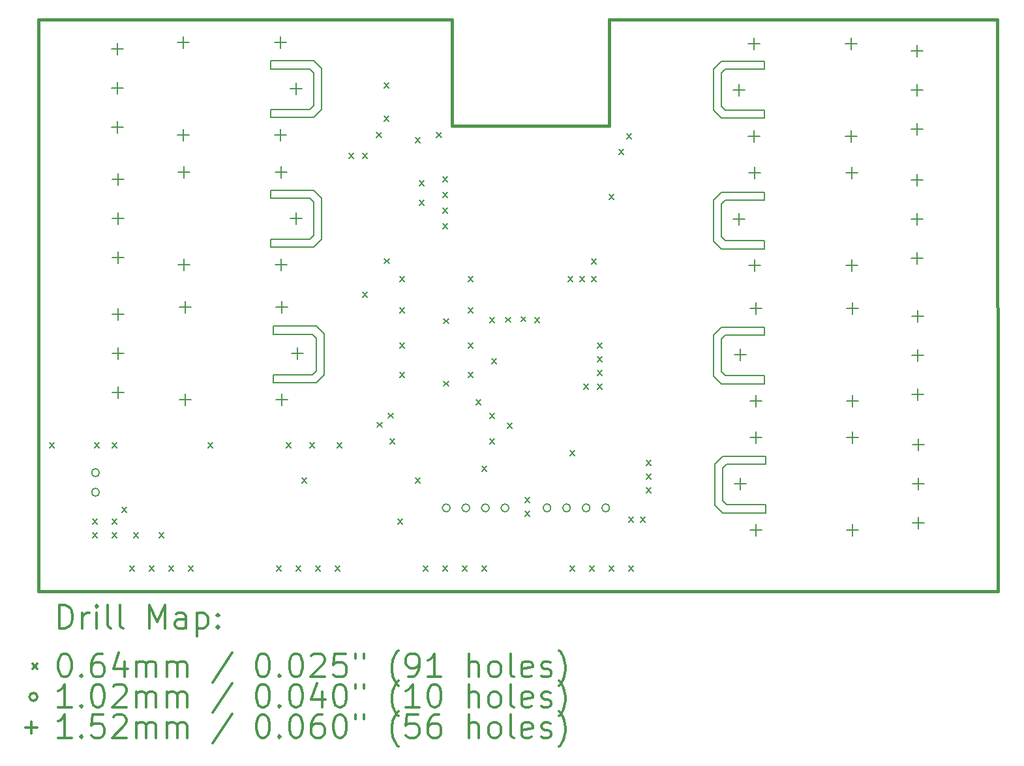
<source format=gbr>
%FSLAX45Y45*%
G04 Gerber Fmt 4.5, Leading zero omitted, Abs format (unit mm)*
G04 Created by KiCad (PCBNEW (5.1.6)-1) date 2020-06-22 15:28:16*
%MOMM*%
%LPD*%
G01*
G04 APERTURE LIST*
%TA.AperFunction,Profile*%
%ADD10C,0.203200*%
%TD*%
%TA.AperFunction,Profile*%
%ADD11C,0.381000*%
%TD*%
%ADD12C,0.200000*%
%ADD13C,0.300000*%
G04 APERTURE END LIST*
D10*
X16046450Y-8826500D02*
X15944850Y-8928100D01*
X16605250Y-8826500D02*
X16046450Y-8826500D01*
X15944850Y-9461500D02*
X16046450Y-9563100D01*
X15944850Y-8928100D02*
X15944850Y-9461500D01*
X16046450Y-9563100D02*
X16605250Y-9563100D01*
X16605250Y-9563100D02*
X16605250Y-9455150D01*
X16046450Y-8978900D02*
X16097250Y-8928100D01*
X16605250Y-9455150D02*
X16097250Y-9455150D01*
X16046450Y-9404350D02*
X16046450Y-8978900D01*
X16097250Y-8928100D02*
X16605250Y-8928100D01*
X16605250Y-8928100D02*
X16605250Y-8826500D01*
X16097250Y-9455150D02*
X16046450Y-9404350D01*
X16033750Y-7150100D02*
X15932150Y-7251700D01*
X16592550Y-7150100D02*
X16033750Y-7150100D01*
X15932150Y-7785100D02*
X16033750Y-7886700D01*
X15932150Y-7251700D02*
X15932150Y-7785100D01*
X16033750Y-7886700D02*
X16592550Y-7886700D01*
X16592550Y-7886700D02*
X16592550Y-7778750D01*
X16033750Y-7302500D02*
X16084550Y-7251700D01*
X16592550Y-7778750D02*
X16084550Y-7778750D01*
X16033750Y-7727950D02*
X16033750Y-7302500D01*
X16084550Y-7251700D02*
X16592550Y-7251700D01*
X16592550Y-7251700D02*
X16592550Y-7150100D01*
X16084550Y-7778750D02*
X16033750Y-7727950D01*
X16027400Y-5397500D02*
X15925800Y-5499100D01*
X16586200Y-5397500D02*
X16027400Y-5397500D01*
X15925800Y-6032500D02*
X16027400Y-6134100D01*
X15925800Y-5499100D02*
X15925800Y-6032500D01*
X16027400Y-6134100D02*
X16586200Y-6134100D01*
X16586200Y-6134100D02*
X16586200Y-6026150D01*
X16027400Y-5549900D02*
X16078200Y-5499100D01*
X16586200Y-6026150D02*
X16078200Y-6026150D01*
X16027400Y-5975350D02*
X16027400Y-5549900D01*
X16078200Y-5499100D02*
X16586200Y-5499100D01*
X16586200Y-5499100D02*
X16586200Y-5397500D01*
X16078200Y-6026150D02*
X16027400Y-5975350D01*
X16027400Y-3702050D02*
X15925800Y-3803650D01*
X16586200Y-3702050D02*
X16027400Y-3702050D01*
X15925800Y-4337050D02*
X16027400Y-4438650D01*
X15925800Y-3803650D02*
X15925800Y-4337050D01*
X16027400Y-4438650D02*
X16586200Y-4438650D01*
X16586200Y-4438650D02*
X16586200Y-4330700D01*
X16027400Y-3854450D02*
X16078200Y-3803650D01*
X16586200Y-4330700D02*
X16078200Y-4330700D01*
X16027400Y-4279900D02*
X16027400Y-3854450D01*
X16078200Y-3803650D02*
X16586200Y-3803650D01*
X16586200Y-3803650D02*
X16586200Y-3702050D01*
X16078200Y-4330700D02*
X16027400Y-4279900D01*
X10737850Y-6108700D02*
X10839450Y-6007100D01*
X10179050Y-6108700D02*
X10737850Y-6108700D01*
X10839450Y-5473700D02*
X10737850Y-5372100D01*
X10839450Y-6007100D02*
X10839450Y-5473700D01*
X10737850Y-5372100D02*
X10179050Y-5372100D01*
X10179050Y-5372100D02*
X10179050Y-5480050D01*
X10737850Y-5956300D02*
X10687050Y-6007100D01*
X10179050Y-5480050D02*
X10687050Y-5480050D01*
X10737850Y-5530850D02*
X10737850Y-5956300D01*
X10687050Y-6007100D02*
X10179050Y-6007100D01*
X10179050Y-6007100D02*
X10179050Y-6108700D01*
X10687050Y-5480050D02*
X10737850Y-5530850D01*
X10769600Y-7874000D02*
X10871200Y-7772400D01*
X10210800Y-7874000D02*
X10769600Y-7874000D01*
X10871200Y-7239000D02*
X10769600Y-7137400D01*
X10871200Y-7772400D02*
X10871200Y-7239000D01*
X10769600Y-7137400D02*
X10210800Y-7137400D01*
X10210800Y-7137400D02*
X10210800Y-7245350D01*
X10769600Y-7721600D02*
X10718800Y-7772400D01*
X10210800Y-7245350D02*
X10718800Y-7245350D01*
X10769600Y-7296150D02*
X10769600Y-7721600D01*
X10718800Y-7772400D02*
X10210800Y-7772400D01*
X10210800Y-7772400D02*
X10210800Y-7874000D01*
X10718800Y-7245350D02*
X10769600Y-7296150D01*
X10737850Y-4425950D02*
X10839450Y-4324350D01*
X10179050Y-4425950D02*
X10737850Y-4425950D01*
X10839450Y-3790950D02*
X10737850Y-3689350D01*
X10839450Y-4324350D02*
X10839450Y-3790950D01*
X10737850Y-3689350D02*
X10179050Y-3689350D01*
X10179050Y-3689350D02*
X10179050Y-3797300D01*
X10737850Y-4273550D02*
X10687050Y-4324350D01*
X10179050Y-3797300D02*
X10687050Y-3797300D01*
X10737850Y-3848100D02*
X10737850Y-4273550D01*
X10687050Y-4324350D02*
X10179050Y-4324350D01*
X10179050Y-4324350D02*
X10179050Y-4425950D01*
X10687050Y-3797300D02*
X10737850Y-3848100D01*
D11*
X7169150Y-3155950D02*
X12534900Y-3155950D01*
X14573250Y-3155950D02*
X19615150Y-3155950D01*
X12534900Y-4533900D02*
X12534900Y-3155950D01*
X14573250Y-4533900D02*
X14573250Y-3155950D01*
X12534900Y-4533900D02*
X14573250Y-4533900D01*
X7169150Y-10579100D02*
X7169150Y-3155950D01*
X19621500Y-10579100D02*
X7169150Y-10579100D01*
X19615150Y-3155950D02*
X19621500Y-10579100D01*
D12*
X7308850Y-8655050D02*
X7372350Y-8718550D01*
X7372350Y-8655050D02*
X7308850Y-8718550D01*
X7867650Y-9645650D02*
X7931150Y-9709150D01*
X7931150Y-9645650D02*
X7867650Y-9709150D01*
X7867650Y-9823450D02*
X7931150Y-9886950D01*
X7931150Y-9823450D02*
X7867650Y-9886950D01*
X7893050Y-8655050D02*
X7956550Y-8718550D01*
X7956550Y-8655050D02*
X7893050Y-8718550D01*
X8121650Y-8655050D02*
X8185150Y-8718550D01*
X8185150Y-8655050D02*
X8121650Y-8718550D01*
X8121650Y-9645650D02*
X8185150Y-9709150D01*
X8185150Y-9645650D02*
X8121650Y-9709150D01*
X8121650Y-9823450D02*
X8185150Y-9886950D01*
X8185150Y-9823450D02*
X8121650Y-9886950D01*
X8248650Y-9493250D02*
X8312150Y-9556750D01*
X8312150Y-9493250D02*
X8248650Y-9556750D01*
X8350250Y-10255250D02*
X8413750Y-10318750D01*
X8413750Y-10255250D02*
X8350250Y-10318750D01*
X8401050Y-9823450D02*
X8464550Y-9886950D01*
X8464550Y-9823450D02*
X8401050Y-9886950D01*
X8604250Y-10255250D02*
X8667750Y-10318750D01*
X8667750Y-10255250D02*
X8604250Y-10318750D01*
X8731250Y-9823450D02*
X8794750Y-9886950D01*
X8794750Y-9823450D02*
X8731250Y-9886950D01*
X8858250Y-10255250D02*
X8921750Y-10318750D01*
X8921750Y-10255250D02*
X8858250Y-10318750D01*
X9112250Y-10255250D02*
X9175750Y-10318750D01*
X9175750Y-10255250D02*
X9112250Y-10318750D01*
X9366250Y-8655050D02*
X9429750Y-8718550D01*
X9429750Y-8655050D02*
X9366250Y-8718550D01*
X10255250Y-10255250D02*
X10318750Y-10318750D01*
X10318750Y-10255250D02*
X10255250Y-10318750D01*
X10382250Y-8655050D02*
X10445750Y-8718550D01*
X10445750Y-8655050D02*
X10382250Y-8718550D01*
X10509250Y-10255250D02*
X10572750Y-10318750D01*
X10572750Y-10255250D02*
X10509250Y-10318750D01*
X10585450Y-9112250D02*
X10648950Y-9175750D01*
X10648950Y-9112250D02*
X10585450Y-9175750D01*
X10687050Y-8655050D02*
X10750550Y-8718550D01*
X10750550Y-8655050D02*
X10687050Y-8718550D01*
X10763250Y-10255250D02*
X10826750Y-10318750D01*
X10826750Y-10255250D02*
X10763250Y-10318750D01*
X11017250Y-10255250D02*
X11080750Y-10318750D01*
X11080750Y-10255250D02*
X11017250Y-10318750D01*
X11042650Y-8655050D02*
X11106150Y-8718550D01*
X11106150Y-8655050D02*
X11042650Y-8718550D01*
X11195050Y-4895850D02*
X11258550Y-4959350D01*
X11258550Y-4895850D02*
X11195050Y-4959350D01*
X11372850Y-4895850D02*
X11436350Y-4959350D01*
X11436350Y-4895850D02*
X11372850Y-4959350D01*
X11372850Y-6699250D02*
X11436350Y-6762750D01*
X11436350Y-6699250D02*
X11372850Y-6762750D01*
X11551542Y-4623240D02*
X11615042Y-4686740D01*
X11615042Y-4623240D02*
X11551542Y-4686740D01*
X11563350Y-8388350D02*
X11626850Y-8451850D01*
X11626850Y-8388350D02*
X11563350Y-8451850D01*
X11652250Y-3981450D02*
X11715750Y-4044950D01*
X11715750Y-3981450D02*
X11652250Y-4044950D01*
X11652250Y-4413250D02*
X11715750Y-4476750D01*
X11715750Y-4413250D02*
X11652250Y-4476750D01*
X11655651Y-6264049D02*
X11719151Y-6327549D01*
X11719151Y-6264049D02*
X11655651Y-6327549D01*
X11706451Y-8270649D02*
X11769951Y-8334149D01*
X11769951Y-8270649D02*
X11706451Y-8334149D01*
X11728450Y-8604250D02*
X11791950Y-8667750D01*
X11791950Y-8604250D02*
X11728450Y-8667750D01*
X11830050Y-9645650D02*
X11893550Y-9709150D01*
X11893550Y-9645650D02*
X11830050Y-9709150D01*
X11855450Y-6496050D02*
X11918950Y-6559550D01*
X11918950Y-6496050D02*
X11855450Y-6559550D01*
X11855450Y-6902450D02*
X11918950Y-6965950D01*
X11918950Y-6902450D02*
X11855450Y-6965950D01*
X11855450Y-7359650D02*
X11918950Y-7423150D01*
X11918950Y-7359650D02*
X11855450Y-7423150D01*
X11855450Y-7740650D02*
X11918950Y-7804150D01*
X11918950Y-7740650D02*
X11855450Y-7804150D01*
X12058650Y-4692650D02*
X12122150Y-4756150D01*
X12122150Y-4692650D02*
X12058650Y-4756150D01*
X12058650Y-9112250D02*
X12122150Y-9175750D01*
X12122150Y-9112250D02*
X12058650Y-9175750D01*
X12109450Y-5251450D02*
X12172950Y-5314950D01*
X12172950Y-5251450D02*
X12109450Y-5314950D01*
X12109450Y-5505450D02*
X12172950Y-5568950D01*
X12172950Y-5505450D02*
X12109450Y-5568950D01*
X12160250Y-10255250D02*
X12223750Y-10318750D01*
X12223750Y-10255250D02*
X12160250Y-10318750D01*
X12331700Y-4622800D02*
X12395200Y-4686300D01*
X12395200Y-4622800D02*
X12331700Y-4686300D01*
X12414250Y-5200650D02*
X12477750Y-5264150D01*
X12477750Y-5200650D02*
X12414250Y-5264150D01*
X12414250Y-5403850D02*
X12477750Y-5467350D01*
X12477750Y-5403850D02*
X12414250Y-5467350D01*
X12414250Y-5607050D02*
X12477750Y-5670550D01*
X12477750Y-5607050D02*
X12414250Y-5670550D01*
X12414250Y-5810250D02*
X12477750Y-5873750D01*
X12477750Y-5810250D02*
X12414250Y-5873750D01*
X12414250Y-10255250D02*
X12477750Y-10318750D01*
X12477750Y-10255250D02*
X12414250Y-10318750D01*
X12426950Y-7042150D02*
X12490450Y-7105650D01*
X12490450Y-7042150D02*
X12426950Y-7105650D01*
X12426950Y-7854950D02*
X12490450Y-7918450D01*
X12490450Y-7854950D02*
X12426950Y-7918450D01*
X12668250Y-10255250D02*
X12731750Y-10318750D01*
X12731750Y-10255250D02*
X12668250Y-10318750D01*
X12744450Y-6496050D02*
X12807950Y-6559550D01*
X12807950Y-6496050D02*
X12744450Y-6559550D01*
X12744450Y-6902450D02*
X12807950Y-6965950D01*
X12807950Y-6902450D02*
X12744450Y-6965950D01*
X12744450Y-7359650D02*
X12807950Y-7423150D01*
X12807950Y-7359650D02*
X12744450Y-7423150D01*
X12744450Y-7740650D02*
X12807950Y-7804150D01*
X12807950Y-7740650D02*
X12744450Y-7804150D01*
X12846050Y-8096250D02*
X12909550Y-8159750D01*
X12909550Y-8096250D02*
X12846050Y-8159750D01*
X12922250Y-8959850D02*
X12985750Y-9023350D01*
X12985750Y-8959850D02*
X12922250Y-9023350D01*
X12922250Y-10255250D02*
X12985750Y-10318750D01*
X12985750Y-10255250D02*
X12922250Y-10318750D01*
X13023850Y-7029450D02*
X13087350Y-7092950D01*
X13087350Y-7029450D02*
X13023850Y-7092950D01*
X13023850Y-8274050D02*
X13087350Y-8337550D01*
X13087350Y-8274050D02*
X13023850Y-8337550D01*
X13023850Y-8604250D02*
X13087350Y-8667750D01*
X13087350Y-8604250D02*
X13023850Y-8667750D01*
X13049250Y-7562850D02*
X13112750Y-7626350D01*
X13112750Y-7562850D02*
X13049250Y-7626350D01*
X13231021Y-7025479D02*
X13294521Y-7088979D01*
X13294521Y-7025479D02*
X13231021Y-7088979D01*
X13252450Y-8401050D02*
X13315950Y-8464550D01*
X13315950Y-8401050D02*
X13252450Y-8464550D01*
X13429029Y-7017270D02*
X13492529Y-7080770D01*
X13492529Y-7017270D02*
X13429029Y-7080770D01*
X13481050Y-9366250D02*
X13544550Y-9429750D01*
X13544550Y-9366250D02*
X13481050Y-9429750D01*
X13481050Y-9544050D02*
X13544550Y-9607550D01*
X13544550Y-9544050D02*
X13481050Y-9607550D01*
X13606273Y-7031323D02*
X13669773Y-7094823D01*
X13669773Y-7031323D02*
X13606273Y-7094823D01*
X14039850Y-6496050D02*
X14103350Y-6559550D01*
X14103350Y-6496050D02*
X14039850Y-6559550D01*
X14065250Y-8756650D02*
X14128750Y-8820150D01*
X14128750Y-8756650D02*
X14065250Y-8820150D01*
X14065250Y-10255250D02*
X14128750Y-10318750D01*
X14128750Y-10255250D02*
X14065250Y-10318750D01*
X14192250Y-6496050D02*
X14255750Y-6559550D01*
X14255750Y-6496050D02*
X14192250Y-6559550D01*
X14243050Y-7893050D02*
X14306550Y-7956550D01*
X14306550Y-7893050D02*
X14243050Y-7956550D01*
X14319250Y-10255250D02*
X14382750Y-10318750D01*
X14382750Y-10255250D02*
X14319250Y-10318750D01*
X14344650Y-6267450D02*
X14408150Y-6330950D01*
X14408150Y-6267450D02*
X14344650Y-6330950D01*
X14344650Y-6496050D02*
X14408150Y-6559550D01*
X14408150Y-6496050D02*
X14344650Y-6559550D01*
X14420850Y-7359650D02*
X14484350Y-7423150D01*
X14484350Y-7359650D02*
X14420850Y-7423150D01*
X14420850Y-7537450D02*
X14484350Y-7600950D01*
X14484350Y-7537450D02*
X14420850Y-7600950D01*
X14420850Y-7715250D02*
X14484350Y-7778750D01*
X14484350Y-7715250D02*
X14420850Y-7778750D01*
X14420850Y-7893050D02*
X14484350Y-7956550D01*
X14484350Y-7893050D02*
X14420850Y-7956550D01*
X14573250Y-5429250D02*
X14636750Y-5492750D01*
X14636750Y-5429250D02*
X14573250Y-5492750D01*
X14573250Y-10255250D02*
X14636750Y-10318750D01*
X14636750Y-10255250D02*
X14573250Y-10318750D01*
X14700250Y-4845050D02*
X14763750Y-4908550D01*
X14763750Y-4845050D02*
X14700250Y-4908550D01*
X14801850Y-4641850D02*
X14865350Y-4705350D01*
X14865350Y-4641850D02*
X14801850Y-4705350D01*
X14827250Y-9620250D02*
X14890750Y-9683750D01*
X14890750Y-9620250D02*
X14827250Y-9683750D01*
X14827250Y-10255250D02*
X14890750Y-10318750D01*
X14890750Y-10255250D02*
X14827250Y-10318750D01*
X14979650Y-9620250D02*
X15043150Y-9683750D01*
X15043150Y-9620250D02*
X14979650Y-9683750D01*
X15055850Y-8883650D02*
X15119350Y-8947150D01*
X15119350Y-8883650D02*
X15055850Y-8947150D01*
X15055850Y-9061450D02*
X15119350Y-9124950D01*
X15119350Y-9061450D02*
X15055850Y-9124950D01*
X15055850Y-9239250D02*
X15119350Y-9302750D01*
X15119350Y-9239250D02*
X15055850Y-9302750D01*
X12509500Y-9499600D02*
G75*
G03*
X12509500Y-9499600I-50800J0D01*
G01*
X12763500Y-9499600D02*
G75*
G03*
X12763500Y-9499600I-50800J0D01*
G01*
X13017500Y-9499600D02*
G75*
G03*
X13017500Y-9499600I-50800J0D01*
G01*
X13271500Y-9499600D02*
G75*
G03*
X13271500Y-9499600I-50800J0D01*
G01*
X13817600Y-9499600D02*
G75*
G03*
X13817600Y-9499600I-50800J0D01*
G01*
X14071600Y-9499600D02*
G75*
G03*
X14071600Y-9499600I-50800J0D01*
G01*
X14325600Y-9499600D02*
G75*
G03*
X14325600Y-9499600I-50800J0D01*
G01*
X14579600Y-9499600D02*
G75*
G03*
X14579600Y-9499600I-50800J0D01*
G01*
X7956550Y-9042400D02*
G75*
G03*
X7956550Y-9042400I-50800J0D01*
G01*
X7956550Y-9296400D02*
G75*
G03*
X7956550Y-9296400I-50800J0D01*
G01*
X8195310Y-5157470D02*
X8195310Y-5309870D01*
X8119110Y-5233670D02*
X8271510Y-5233670D01*
X8195310Y-5665470D02*
X8195310Y-5817870D01*
X8119110Y-5741670D02*
X8271510Y-5741670D01*
X8195310Y-6173470D02*
X8195310Y-6325870D01*
X8119110Y-6249670D02*
X8271510Y-6249670D01*
X16275050Y-7435850D02*
X16275050Y-7588250D01*
X16198850Y-7512050D02*
X16351250Y-7512050D01*
X16475050Y-6835850D02*
X16475050Y-6988250D01*
X16398850Y-6912050D02*
X16551250Y-6912050D01*
X16475050Y-8035850D02*
X16475050Y-8188250D01*
X16398850Y-8112050D02*
X16551250Y-8112050D01*
X17735550Y-6835850D02*
X17735550Y-6988250D01*
X17659350Y-6912050D02*
X17811750Y-6912050D01*
X17735550Y-8035850D02*
X17735550Y-8188250D01*
X17659350Y-8112050D02*
X17811750Y-8112050D01*
X18586450Y-8597900D02*
X18586450Y-8750300D01*
X18510250Y-8674100D02*
X18662650Y-8674100D01*
X18586450Y-9105900D02*
X18586450Y-9258300D01*
X18510250Y-9182100D02*
X18662650Y-9182100D01*
X18586450Y-9613900D02*
X18586450Y-9766300D01*
X18510250Y-9690100D02*
X18662650Y-9690100D01*
X9066530Y-6818070D02*
X9066530Y-6970470D01*
X8990330Y-6894270D02*
X9142730Y-6894270D01*
X9066530Y-8018070D02*
X9066530Y-8170470D01*
X8990330Y-8094270D02*
X9142730Y-8094270D01*
X10327030Y-6818070D02*
X10327030Y-6970470D01*
X10250830Y-6894270D02*
X10403230Y-6894270D01*
X10327030Y-8018070D02*
X10327030Y-8170470D01*
X10250830Y-8094270D02*
X10403230Y-8094270D01*
X10527030Y-7418070D02*
X10527030Y-7570470D01*
X10450830Y-7494270D02*
X10603230Y-7494270D01*
X18568670Y-5162550D02*
X18568670Y-5314950D01*
X18492470Y-5238750D02*
X18644870Y-5238750D01*
X18568670Y-5670550D02*
X18568670Y-5822950D01*
X18492470Y-5746750D02*
X18644870Y-5746750D01*
X18568670Y-6178550D02*
X18568670Y-6330950D01*
X18492470Y-6254750D02*
X18644870Y-6254750D01*
X9051290Y-5065470D02*
X9051290Y-5217870D01*
X8975090Y-5141670D02*
X9127490Y-5141670D01*
X9051290Y-6265470D02*
X9051290Y-6417870D01*
X8975090Y-6341670D02*
X9127490Y-6341670D01*
X10311790Y-5065470D02*
X10311790Y-5217870D01*
X10235590Y-5141670D02*
X10387990Y-5141670D01*
X10311790Y-6265470D02*
X10311790Y-6417870D01*
X10235590Y-6341670D02*
X10387990Y-6341670D01*
X10511790Y-5665470D02*
X10511790Y-5817870D01*
X10435590Y-5741670D02*
X10587990Y-5741670D01*
X8190230Y-3465830D02*
X8190230Y-3618230D01*
X8114030Y-3542030D02*
X8266430Y-3542030D01*
X8190230Y-3973830D02*
X8190230Y-4126230D01*
X8114030Y-4050030D02*
X8266430Y-4050030D01*
X8190230Y-4481830D02*
X8190230Y-4634230D01*
X8114030Y-4558030D02*
X8266430Y-4558030D01*
X16262350Y-5670550D02*
X16262350Y-5822950D01*
X16186150Y-5746750D02*
X16338550Y-5746750D01*
X16462350Y-5070550D02*
X16462350Y-5222950D01*
X16386150Y-5146750D02*
X16538550Y-5146750D01*
X16462350Y-6270550D02*
X16462350Y-6422950D01*
X16386150Y-6346750D02*
X16538550Y-6346750D01*
X17722850Y-5070550D02*
X17722850Y-5222950D01*
X17646650Y-5146750D02*
X17799050Y-5146750D01*
X17722850Y-6270550D02*
X17722850Y-6422950D01*
X17646650Y-6346750D02*
X17799050Y-6346750D01*
X8200390Y-6910070D02*
X8200390Y-7062470D01*
X8124190Y-6986270D02*
X8276590Y-6986270D01*
X8200390Y-7418070D02*
X8200390Y-7570470D01*
X8124190Y-7494270D02*
X8276590Y-7494270D01*
X8200390Y-7926070D02*
X8200390Y-8078470D01*
X8124190Y-8002270D02*
X8276590Y-8002270D01*
X16275050Y-9112250D02*
X16275050Y-9264650D01*
X16198850Y-9188450D02*
X16351250Y-9188450D01*
X16475050Y-8512250D02*
X16475050Y-8664650D01*
X16398850Y-8588450D02*
X16551250Y-8588450D01*
X16475050Y-9712250D02*
X16475050Y-9864650D01*
X16398850Y-9788450D02*
X16551250Y-9788450D01*
X17735550Y-8512250D02*
X17735550Y-8664650D01*
X17659350Y-8588450D02*
X17811750Y-8588450D01*
X17735550Y-9712250D02*
X17735550Y-9864650D01*
X17659350Y-9788450D02*
X17811750Y-9788450D01*
X18578830Y-6930390D02*
X18578830Y-7082790D01*
X18502630Y-7006590D02*
X18655030Y-7006590D01*
X18578830Y-7438390D02*
X18578830Y-7590790D01*
X18502630Y-7514590D02*
X18655030Y-7514590D01*
X18578830Y-7946390D02*
X18578830Y-8098790D01*
X18502630Y-8022590D02*
X18655030Y-8022590D01*
X18568670Y-3491230D02*
X18568670Y-3643630D01*
X18492470Y-3567430D02*
X18644870Y-3567430D01*
X18568670Y-3999230D02*
X18568670Y-4151630D01*
X18492470Y-4075430D02*
X18644870Y-4075430D01*
X18568670Y-4507230D02*
X18568670Y-4659630D01*
X18492470Y-4583430D02*
X18644870Y-4583430D01*
X9048750Y-3381450D02*
X9048750Y-3533850D01*
X8972550Y-3457650D02*
X9124950Y-3457650D01*
X9048750Y-4581450D02*
X9048750Y-4733850D01*
X8972550Y-4657650D02*
X9124950Y-4657650D01*
X10309250Y-3381450D02*
X10309250Y-3533850D01*
X10233050Y-3457650D02*
X10385450Y-3457650D01*
X10309250Y-4581450D02*
X10309250Y-4733850D01*
X10233050Y-4657650D02*
X10385450Y-4657650D01*
X10509250Y-3981450D02*
X10509250Y-4133850D01*
X10433050Y-4057650D02*
X10585450Y-4057650D01*
X16256950Y-3994150D02*
X16256950Y-4146550D01*
X16180750Y-4070350D02*
X16333150Y-4070350D01*
X16456950Y-3394150D02*
X16456950Y-3546550D01*
X16380750Y-3470350D02*
X16533150Y-3470350D01*
X16456950Y-4594150D02*
X16456950Y-4746550D01*
X16380750Y-4670350D02*
X16533150Y-4670350D01*
X17717450Y-3394150D02*
X17717450Y-3546550D01*
X17641250Y-3470350D02*
X17793650Y-3470350D01*
X17717450Y-4594150D02*
X17717450Y-4746550D01*
X17641250Y-4670350D02*
X17793650Y-4670350D01*
D13*
X7436528Y-11063864D02*
X7436528Y-10763864D01*
X7507957Y-10763864D01*
X7550814Y-10778150D01*
X7579386Y-10806722D01*
X7593671Y-10835293D01*
X7607957Y-10892436D01*
X7607957Y-10935293D01*
X7593671Y-10992436D01*
X7579386Y-11021007D01*
X7550814Y-11049579D01*
X7507957Y-11063864D01*
X7436528Y-11063864D01*
X7736528Y-11063864D02*
X7736528Y-10863864D01*
X7736528Y-10921007D02*
X7750814Y-10892436D01*
X7765100Y-10878150D01*
X7793671Y-10863864D01*
X7822243Y-10863864D01*
X7922243Y-11063864D02*
X7922243Y-10863864D01*
X7922243Y-10763864D02*
X7907957Y-10778150D01*
X7922243Y-10792436D01*
X7936528Y-10778150D01*
X7922243Y-10763864D01*
X7922243Y-10792436D01*
X8107957Y-11063864D02*
X8079386Y-11049579D01*
X8065100Y-11021007D01*
X8065100Y-10763864D01*
X8265100Y-11063864D02*
X8236528Y-11049579D01*
X8222243Y-11021007D01*
X8222243Y-10763864D01*
X8607957Y-11063864D02*
X8607957Y-10763864D01*
X8707957Y-10978150D01*
X8807957Y-10763864D01*
X8807957Y-11063864D01*
X9079386Y-11063864D02*
X9079386Y-10906722D01*
X9065100Y-10878150D01*
X9036528Y-10863864D01*
X8979386Y-10863864D01*
X8950814Y-10878150D01*
X9079386Y-11049579D02*
X9050814Y-11063864D01*
X8979386Y-11063864D01*
X8950814Y-11049579D01*
X8936528Y-11021007D01*
X8936528Y-10992436D01*
X8950814Y-10963864D01*
X8979386Y-10949579D01*
X9050814Y-10949579D01*
X9079386Y-10935293D01*
X9222243Y-10863864D02*
X9222243Y-11163864D01*
X9222243Y-10878150D02*
X9250814Y-10863864D01*
X9307957Y-10863864D01*
X9336528Y-10878150D01*
X9350814Y-10892436D01*
X9365100Y-10921007D01*
X9365100Y-11006722D01*
X9350814Y-11035293D01*
X9336528Y-11049579D01*
X9307957Y-11063864D01*
X9250814Y-11063864D01*
X9222243Y-11049579D01*
X9493671Y-11035293D02*
X9507957Y-11049579D01*
X9493671Y-11063864D01*
X9479386Y-11049579D01*
X9493671Y-11035293D01*
X9493671Y-11063864D01*
X9493671Y-10878150D02*
X9507957Y-10892436D01*
X9493671Y-10906722D01*
X9479386Y-10892436D01*
X9493671Y-10878150D01*
X9493671Y-10906722D01*
X7086600Y-11526400D02*
X7150100Y-11589900D01*
X7150100Y-11526400D02*
X7086600Y-11589900D01*
X7493671Y-11393864D02*
X7522243Y-11393864D01*
X7550814Y-11408150D01*
X7565100Y-11422436D01*
X7579386Y-11451007D01*
X7593671Y-11508150D01*
X7593671Y-11579579D01*
X7579386Y-11636721D01*
X7565100Y-11665293D01*
X7550814Y-11679579D01*
X7522243Y-11693864D01*
X7493671Y-11693864D01*
X7465100Y-11679579D01*
X7450814Y-11665293D01*
X7436528Y-11636721D01*
X7422243Y-11579579D01*
X7422243Y-11508150D01*
X7436528Y-11451007D01*
X7450814Y-11422436D01*
X7465100Y-11408150D01*
X7493671Y-11393864D01*
X7722243Y-11665293D02*
X7736528Y-11679579D01*
X7722243Y-11693864D01*
X7707957Y-11679579D01*
X7722243Y-11665293D01*
X7722243Y-11693864D01*
X7993671Y-11393864D02*
X7936528Y-11393864D01*
X7907957Y-11408150D01*
X7893671Y-11422436D01*
X7865100Y-11465293D01*
X7850814Y-11522436D01*
X7850814Y-11636721D01*
X7865100Y-11665293D01*
X7879386Y-11679579D01*
X7907957Y-11693864D01*
X7965100Y-11693864D01*
X7993671Y-11679579D01*
X8007957Y-11665293D01*
X8022243Y-11636721D01*
X8022243Y-11565293D01*
X8007957Y-11536721D01*
X7993671Y-11522436D01*
X7965100Y-11508150D01*
X7907957Y-11508150D01*
X7879386Y-11522436D01*
X7865100Y-11536721D01*
X7850814Y-11565293D01*
X8279386Y-11493864D02*
X8279386Y-11693864D01*
X8207957Y-11379579D02*
X8136528Y-11593864D01*
X8322243Y-11593864D01*
X8436528Y-11693864D02*
X8436528Y-11493864D01*
X8436528Y-11522436D02*
X8450814Y-11508150D01*
X8479386Y-11493864D01*
X8522243Y-11493864D01*
X8550814Y-11508150D01*
X8565100Y-11536721D01*
X8565100Y-11693864D01*
X8565100Y-11536721D02*
X8579386Y-11508150D01*
X8607957Y-11493864D01*
X8650814Y-11493864D01*
X8679386Y-11508150D01*
X8693671Y-11536721D01*
X8693671Y-11693864D01*
X8836528Y-11693864D02*
X8836528Y-11493864D01*
X8836528Y-11522436D02*
X8850814Y-11508150D01*
X8879386Y-11493864D01*
X8922243Y-11493864D01*
X8950814Y-11508150D01*
X8965100Y-11536721D01*
X8965100Y-11693864D01*
X8965100Y-11536721D02*
X8979386Y-11508150D01*
X9007957Y-11493864D01*
X9050814Y-11493864D01*
X9079386Y-11508150D01*
X9093671Y-11536721D01*
X9093671Y-11693864D01*
X9679386Y-11379579D02*
X9422243Y-11765293D01*
X10065100Y-11393864D02*
X10093671Y-11393864D01*
X10122243Y-11408150D01*
X10136528Y-11422436D01*
X10150814Y-11451007D01*
X10165100Y-11508150D01*
X10165100Y-11579579D01*
X10150814Y-11636721D01*
X10136528Y-11665293D01*
X10122243Y-11679579D01*
X10093671Y-11693864D01*
X10065100Y-11693864D01*
X10036528Y-11679579D01*
X10022243Y-11665293D01*
X10007957Y-11636721D01*
X9993671Y-11579579D01*
X9993671Y-11508150D01*
X10007957Y-11451007D01*
X10022243Y-11422436D01*
X10036528Y-11408150D01*
X10065100Y-11393864D01*
X10293671Y-11665293D02*
X10307957Y-11679579D01*
X10293671Y-11693864D01*
X10279386Y-11679579D01*
X10293671Y-11665293D01*
X10293671Y-11693864D01*
X10493671Y-11393864D02*
X10522243Y-11393864D01*
X10550814Y-11408150D01*
X10565100Y-11422436D01*
X10579386Y-11451007D01*
X10593671Y-11508150D01*
X10593671Y-11579579D01*
X10579386Y-11636721D01*
X10565100Y-11665293D01*
X10550814Y-11679579D01*
X10522243Y-11693864D01*
X10493671Y-11693864D01*
X10465100Y-11679579D01*
X10450814Y-11665293D01*
X10436528Y-11636721D01*
X10422243Y-11579579D01*
X10422243Y-11508150D01*
X10436528Y-11451007D01*
X10450814Y-11422436D01*
X10465100Y-11408150D01*
X10493671Y-11393864D01*
X10707957Y-11422436D02*
X10722243Y-11408150D01*
X10750814Y-11393864D01*
X10822243Y-11393864D01*
X10850814Y-11408150D01*
X10865100Y-11422436D01*
X10879386Y-11451007D01*
X10879386Y-11479579D01*
X10865100Y-11522436D01*
X10693671Y-11693864D01*
X10879386Y-11693864D01*
X11150814Y-11393864D02*
X11007957Y-11393864D01*
X10993671Y-11536721D01*
X11007957Y-11522436D01*
X11036528Y-11508150D01*
X11107957Y-11508150D01*
X11136528Y-11522436D01*
X11150814Y-11536721D01*
X11165100Y-11565293D01*
X11165100Y-11636721D01*
X11150814Y-11665293D01*
X11136528Y-11679579D01*
X11107957Y-11693864D01*
X11036528Y-11693864D01*
X11007957Y-11679579D01*
X10993671Y-11665293D01*
X11279386Y-11393864D02*
X11279386Y-11451007D01*
X11393671Y-11393864D02*
X11393671Y-11451007D01*
X11836528Y-11808150D02*
X11822243Y-11793864D01*
X11793671Y-11751007D01*
X11779386Y-11722436D01*
X11765100Y-11679579D01*
X11750814Y-11608150D01*
X11750814Y-11551007D01*
X11765100Y-11479579D01*
X11779386Y-11436721D01*
X11793671Y-11408150D01*
X11822243Y-11365293D01*
X11836528Y-11351007D01*
X11965100Y-11693864D02*
X12022243Y-11693864D01*
X12050814Y-11679579D01*
X12065100Y-11665293D01*
X12093671Y-11622436D01*
X12107957Y-11565293D01*
X12107957Y-11451007D01*
X12093671Y-11422436D01*
X12079386Y-11408150D01*
X12050814Y-11393864D01*
X11993671Y-11393864D01*
X11965100Y-11408150D01*
X11950814Y-11422436D01*
X11936528Y-11451007D01*
X11936528Y-11522436D01*
X11950814Y-11551007D01*
X11965100Y-11565293D01*
X11993671Y-11579579D01*
X12050814Y-11579579D01*
X12079386Y-11565293D01*
X12093671Y-11551007D01*
X12107957Y-11522436D01*
X12393671Y-11693864D02*
X12222243Y-11693864D01*
X12307957Y-11693864D02*
X12307957Y-11393864D01*
X12279386Y-11436721D01*
X12250814Y-11465293D01*
X12222243Y-11479579D01*
X12750814Y-11693864D02*
X12750814Y-11393864D01*
X12879386Y-11693864D02*
X12879386Y-11536721D01*
X12865100Y-11508150D01*
X12836528Y-11493864D01*
X12793671Y-11493864D01*
X12765100Y-11508150D01*
X12750814Y-11522436D01*
X13065100Y-11693864D02*
X13036528Y-11679579D01*
X13022243Y-11665293D01*
X13007957Y-11636721D01*
X13007957Y-11551007D01*
X13022243Y-11522436D01*
X13036528Y-11508150D01*
X13065100Y-11493864D01*
X13107957Y-11493864D01*
X13136528Y-11508150D01*
X13150814Y-11522436D01*
X13165100Y-11551007D01*
X13165100Y-11636721D01*
X13150814Y-11665293D01*
X13136528Y-11679579D01*
X13107957Y-11693864D01*
X13065100Y-11693864D01*
X13336528Y-11693864D02*
X13307957Y-11679579D01*
X13293671Y-11651007D01*
X13293671Y-11393864D01*
X13565100Y-11679579D02*
X13536528Y-11693864D01*
X13479386Y-11693864D01*
X13450814Y-11679579D01*
X13436528Y-11651007D01*
X13436528Y-11536721D01*
X13450814Y-11508150D01*
X13479386Y-11493864D01*
X13536528Y-11493864D01*
X13565100Y-11508150D01*
X13579386Y-11536721D01*
X13579386Y-11565293D01*
X13436528Y-11593864D01*
X13693671Y-11679579D02*
X13722243Y-11693864D01*
X13779386Y-11693864D01*
X13807957Y-11679579D01*
X13822243Y-11651007D01*
X13822243Y-11636721D01*
X13807957Y-11608150D01*
X13779386Y-11593864D01*
X13736528Y-11593864D01*
X13707957Y-11579579D01*
X13693671Y-11551007D01*
X13693671Y-11536721D01*
X13707957Y-11508150D01*
X13736528Y-11493864D01*
X13779386Y-11493864D01*
X13807957Y-11508150D01*
X13922243Y-11808150D02*
X13936528Y-11793864D01*
X13965100Y-11751007D01*
X13979386Y-11722436D01*
X13993671Y-11679579D01*
X14007957Y-11608150D01*
X14007957Y-11551007D01*
X13993671Y-11479579D01*
X13979386Y-11436721D01*
X13965100Y-11408150D01*
X13936528Y-11365293D01*
X13922243Y-11351007D01*
X7150100Y-11954150D02*
G75*
G03*
X7150100Y-11954150I-50800J0D01*
G01*
X7593671Y-12089864D02*
X7422243Y-12089864D01*
X7507957Y-12089864D02*
X7507957Y-11789864D01*
X7479386Y-11832721D01*
X7450814Y-11861293D01*
X7422243Y-11875579D01*
X7722243Y-12061293D02*
X7736528Y-12075579D01*
X7722243Y-12089864D01*
X7707957Y-12075579D01*
X7722243Y-12061293D01*
X7722243Y-12089864D01*
X7922243Y-11789864D02*
X7950814Y-11789864D01*
X7979386Y-11804150D01*
X7993671Y-11818436D01*
X8007957Y-11847007D01*
X8022243Y-11904150D01*
X8022243Y-11975579D01*
X8007957Y-12032721D01*
X7993671Y-12061293D01*
X7979386Y-12075579D01*
X7950814Y-12089864D01*
X7922243Y-12089864D01*
X7893671Y-12075579D01*
X7879386Y-12061293D01*
X7865100Y-12032721D01*
X7850814Y-11975579D01*
X7850814Y-11904150D01*
X7865100Y-11847007D01*
X7879386Y-11818436D01*
X7893671Y-11804150D01*
X7922243Y-11789864D01*
X8136528Y-11818436D02*
X8150814Y-11804150D01*
X8179386Y-11789864D01*
X8250814Y-11789864D01*
X8279386Y-11804150D01*
X8293671Y-11818436D01*
X8307957Y-11847007D01*
X8307957Y-11875579D01*
X8293671Y-11918436D01*
X8122243Y-12089864D01*
X8307957Y-12089864D01*
X8436528Y-12089864D02*
X8436528Y-11889864D01*
X8436528Y-11918436D02*
X8450814Y-11904150D01*
X8479386Y-11889864D01*
X8522243Y-11889864D01*
X8550814Y-11904150D01*
X8565100Y-11932721D01*
X8565100Y-12089864D01*
X8565100Y-11932721D02*
X8579386Y-11904150D01*
X8607957Y-11889864D01*
X8650814Y-11889864D01*
X8679386Y-11904150D01*
X8693671Y-11932721D01*
X8693671Y-12089864D01*
X8836528Y-12089864D02*
X8836528Y-11889864D01*
X8836528Y-11918436D02*
X8850814Y-11904150D01*
X8879386Y-11889864D01*
X8922243Y-11889864D01*
X8950814Y-11904150D01*
X8965100Y-11932721D01*
X8965100Y-12089864D01*
X8965100Y-11932721D02*
X8979386Y-11904150D01*
X9007957Y-11889864D01*
X9050814Y-11889864D01*
X9079386Y-11904150D01*
X9093671Y-11932721D01*
X9093671Y-12089864D01*
X9679386Y-11775579D02*
X9422243Y-12161293D01*
X10065100Y-11789864D02*
X10093671Y-11789864D01*
X10122243Y-11804150D01*
X10136528Y-11818436D01*
X10150814Y-11847007D01*
X10165100Y-11904150D01*
X10165100Y-11975579D01*
X10150814Y-12032721D01*
X10136528Y-12061293D01*
X10122243Y-12075579D01*
X10093671Y-12089864D01*
X10065100Y-12089864D01*
X10036528Y-12075579D01*
X10022243Y-12061293D01*
X10007957Y-12032721D01*
X9993671Y-11975579D01*
X9993671Y-11904150D01*
X10007957Y-11847007D01*
X10022243Y-11818436D01*
X10036528Y-11804150D01*
X10065100Y-11789864D01*
X10293671Y-12061293D02*
X10307957Y-12075579D01*
X10293671Y-12089864D01*
X10279386Y-12075579D01*
X10293671Y-12061293D01*
X10293671Y-12089864D01*
X10493671Y-11789864D02*
X10522243Y-11789864D01*
X10550814Y-11804150D01*
X10565100Y-11818436D01*
X10579386Y-11847007D01*
X10593671Y-11904150D01*
X10593671Y-11975579D01*
X10579386Y-12032721D01*
X10565100Y-12061293D01*
X10550814Y-12075579D01*
X10522243Y-12089864D01*
X10493671Y-12089864D01*
X10465100Y-12075579D01*
X10450814Y-12061293D01*
X10436528Y-12032721D01*
X10422243Y-11975579D01*
X10422243Y-11904150D01*
X10436528Y-11847007D01*
X10450814Y-11818436D01*
X10465100Y-11804150D01*
X10493671Y-11789864D01*
X10850814Y-11889864D02*
X10850814Y-12089864D01*
X10779386Y-11775579D02*
X10707957Y-11989864D01*
X10893671Y-11989864D01*
X11065100Y-11789864D02*
X11093671Y-11789864D01*
X11122243Y-11804150D01*
X11136528Y-11818436D01*
X11150814Y-11847007D01*
X11165100Y-11904150D01*
X11165100Y-11975579D01*
X11150814Y-12032721D01*
X11136528Y-12061293D01*
X11122243Y-12075579D01*
X11093671Y-12089864D01*
X11065100Y-12089864D01*
X11036528Y-12075579D01*
X11022243Y-12061293D01*
X11007957Y-12032721D01*
X10993671Y-11975579D01*
X10993671Y-11904150D01*
X11007957Y-11847007D01*
X11022243Y-11818436D01*
X11036528Y-11804150D01*
X11065100Y-11789864D01*
X11279386Y-11789864D02*
X11279386Y-11847007D01*
X11393671Y-11789864D02*
X11393671Y-11847007D01*
X11836528Y-12204150D02*
X11822243Y-12189864D01*
X11793671Y-12147007D01*
X11779386Y-12118436D01*
X11765100Y-12075579D01*
X11750814Y-12004150D01*
X11750814Y-11947007D01*
X11765100Y-11875579D01*
X11779386Y-11832721D01*
X11793671Y-11804150D01*
X11822243Y-11761293D01*
X11836528Y-11747007D01*
X12107957Y-12089864D02*
X11936528Y-12089864D01*
X12022243Y-12089864D02*
X12022243Y-11789864D01*
X11993671Y-11832721D01*
X11965100Y-11861293D01*
X11936528Y-11875579D01*
X12293671Y-11789864D02*
X12322243Y-11789864D01*
X12350814Y-11804150D01*
X12365100Y-11818436D01*
X12379386Y-11847007D01*
X12393671Y-11904150D01*
X12393671Y-11975579D01*
X12379386Y-12032721D01*
X12365100Y-12061293D01*
X12350814Y-12075579D01*
X12322243Y-12089864D01*
X12293671Y-12089864D01*
X12265100Y-12075579D01*
X12250814Y-12061293D01*
X12236528Y-12032721D01*
X12222243Y-11975579D01*
X12222243Y-11904150D01*
X12236528Y-11847007D01*
X12250814Y-11818436D01*
X12265100Y-11804150D01*
X12293671Y-11789864D01*
X12750814Y-12089864D02*
X12750814Y-11789864D01*
X12879386Y-12089864D02*
X12879386Y-11932721D01*
X12865100Y-11904150D01*
X12836528Y-11889864D01*
X12793671Y-11889864D01*
X12765100Y-11904150D01*
X12750814Y-11918436D01*
X13065100Y-12089864D02*
X13036528Y-12075579D01*
X13022243Y-12061293D01*
X13007957Y-12032721D01*
X13007957Y-11947007D01*
X13022243Y-11918436D01*
X13036528Y-11904150D01*
X13065100Y-11889864D01*
X13107957Y-11889864D01*
X13136528Y-11904150D01*
X13150814Y-11918436D01*
X13165100Y-11947007D01*
X13165100Y-12032721D01*
X13150814Y-12061293D01*
X13136528Y-12075579D01*
X13107957Y-12089864D01*
X13065100Y-12089864D01*
X13336528Y-12089864D02*
X13307957Y-12075579D01*
X13293671Y-12047007D01*
X13293671Y-11789864D01*
X13565100Y-12075579D02*
X13536528Y-12089864D01*
X13479386Y-12089864D01*
X13450814Y-12075579D01*
X13436528Y-12047007D01*
X13436528Y-11932721D01*
X13450814Y-11904150D01*
X13479386Y-11889864D01*
X13536528Y-11889864D01*
X13565100Y-11904150D01*
X13579386Y-11932721D01*
X13579386Y-11961293D01*
X13436528Y-11989864D01*
X13693671Y-12075579D02*
X13722243Y-12089864D01*
X13779386Y-12089864D01*
X13807957Y-12075579D01*
X13822243Y-12047007D01*
X13822243Y-12032721D01*
X13807957Y-12004150D01*
X13779386Y-11989864D01*
X13736528Y-11989864D01*
X13707957Y-11975579D01*
X13693671Y-11947007D01*
X13693671Y-11932721D01*
X13707957Y-11904150D01*
X13736528Y-11889864D01*
X13779386Y-11889864D01*
X13807957Y-11904150D01*
X13922243Y-12204150D02*
X13936528Y-12189864D01*
X13965100Y-12147007D01*
X13979386Y-12118436D01*
X13993671Y-12075579D01*
X14007957Y-12004150D01*
X14007957Y-11947007D01*
X13993671Y-11875579D01*
X13979386Y-11832721D01*
X13965100Y-11804150D01*
X13936528Y-11761293D01*
X13922243Y-11747007D01*
X7073900Y-12273950D02*
X7073900Y-12426350D01*
X6997700Y-12350150D02*
X7150100Y-12350150D01*
X7593671Y-12485864D02*
X7422243Y-12485864D01*
X7507957Y-12485864D02*
X7507957Y-12185864D01*
X7479386Y-12228721D01*
X7450814Y-12257293D01*
X7422243Y-12271579D01*
X7722243Y-12457293D02*
X7736528Y-12471579D01*
X7722243Y-12485864D01*
X7707957Y-12471579D01*
X7722243Y-12457293D01*
X7722243Y-12485864D01*
X8007957Y-12185864D02*
X7865100Y-12185864D01*
X7850814Y-12328721D01*
X7865100Y-12314436D01*
X7893671Y-12300150D01*
X7965100Y-12300150D01*
X7993671Y-12314436D01*
X8007957Y-12328721D01*
X8022243Y-12357293D01*
X8022243Y-12428721D01*
X8007957Y-12457293D01*
X7993671Y-12471579D01*
X7965100Y-12485864D01*
X7893671Y-12485864D01*
X7865100Y-12471579D01*
X7850814Y-12457293D01*
X8136528Y-12214436D02*
X8150814Y-12200150D01*
X8179386Y-12185864D01*
X8250814Y-12185864D01*
X8279386Y-12200150D01*
X8293671Y-12214436D01*
X8307957Y-12243007D01*
X8307957Y-12271579D01*
X8293671Y-12314436D01*
X8122243Y-12485864D01*
X8307957Y-12485864D01*
X8436528Y-12485864D02*
X8436528Y-12285864D01*
X8436528Y-12314436D02*
X8450814Y-12300150D01*
X8479386Y-12285864D01*
X8522243Y-12285864D01*
X8550814Y-12300150D01*
X8565100Y-12328721D01*
X8565100Y-12485864D01*
X8565100Y-12328721D02*
X8579386Y-12300150D01*
X8607957Y-12285864D01*
X8650814Y-12285864D01*
X8679386Y-12300150D01*
X8693671Y-12328721D01*
X8693671Y-12485864D01*
X8836528Y-12485864D02*
X8836528Y-12285864D01*
X8836528Y-12314436D02*
X8850814Y-12300150D01*
X8879386Y-12285864D01*
X8922243Y-12285864D01*
X8950814Y-12300150D01*
X8965100Y-12328721D01*
X8965100Y-12485864D01*
X8965100Y-12328721D02*
X8979386Y-12300150D01*
X9007957Y-12285864D01*
X9050814Y-12285864D01*
X9079386Y-12300150D01*
X9093671Y-12328721D01*
X9093671Y-12485864D01*
X9679386Y-12171579D02*
X9422243Y-12557293D01*
X10065100Y-12185864D02*
X10093671Y-12185864D01*
X10122243Y-12200150D01*
X10136528Y-12214436D01*
X10150814Y-12243007D01*
X10165100Y-12300150D01*
X10165100Y-12371579D01*
X10150814Y-12428721D01*
X10136528Y-12457293D01*
X10122243Y-12471579D01*
X10093671Y-12485864D01*
X10065100Y-12485864D01*
X10036528Y-12471579D01*
X10022243Y-12457293D01*
X10007957Y-12428721D01*
X9993671Y-12371579D01*
X9993671Y-12300150D01*
X10007957Y-12243007D01*
X10022243Y-12214436D01*
X10036528Y-12200150D01*
X10065100Y-12185864D01*
X10293671Y-12457293D02*
X10307957Y-12471579D01*
X10293671Y-12485864D01*
X10279386Y-12471579D01*
X10293671Y-12457293D01*
X10293671Y-12485864D01*
X10493671Y-12185864D02*
X10522243Y-12185864D01*
X10550814Y-12200150D01*
X10565100Y-12214436D01*
X10579386Y-12243007D01*
X10593671Y-12300150D01*
X10593671Y-12371579D01*
X10579386Y-12428721D01*
X10565100Y-12457293D01*
X10550814Y-12471579D01*
X10522243Y-12485864D01*
X10493671Y-12485864D01*
X10465100Y-12471579D01*
X10450814Y-12457293D01*
X10436528Y-12428721D01*
X10422243Y-12371579D01*
X10422243Y-12300150D01*
X10436528Y-12243007D01*
X10450814Y-12214436D01*
X10465100Y-12200150D01*
X10493671Y-12185864D01*
X10850814Y-12185864D02*
X10793671Y-12185864D01*
X10765100Y-12200150D01*
X10750814Y-12214436D01*
X10722243Y-12257293D01*
X10707957Y-12314436D01*
X10707957Y-12428721D01*
X10722243Y-12457293D01*
X10736528Y-12471579D01*
X10765100Y-12485864D01*
X10822243Y-12485864D01*
X10850814Y-12471579D01*
X10865100Y-12457293D01*
X10879386Y-12428721D01*
X10879386Y-12357293D01*
X10865100Y-12328721D01*
X10850814Y-12314436D01*
X10822243Y-12300150D01*
X10765100Y-12300150D01*
X10736528Y-12314436D01*
X10722243Y-12328721D01*
X10707957Y-12357293D01*
X11065100Y-12185864D02*
X11093671Y-12185864D01*
X11122243Y-12200150D01*
X11136528Y-12214436D01*
X11150814Y-12243007D01*
X11165100Y-12300150D01*
X11165100Y-12371579D01*
X11150814Y-12428721D01*
X11136528Y-12457293D01*
X11122243Y-12471579D01*
X11093671Y-12485864D01*
X11065100Y-12485864D01*
X11036528Y-12471579D01*
X11022243Y-12457293D01*
X11007957Y-12428721D01*
X10993671Y-12371579D01*
X10993671Y-12300150D01*
X11007957Y-12243007D01*
X11022243Y-12214436D01*
X11036528Y-12200150D01*
X11065100Y-12185864D01*
X11279386Y-12185864D02*
X11279386Y-12243007D01*
X11393671Y-12185864D02*
X11393671Y-12243007D01*
X11836528Y-12600150D02*
X11822243Y-12585864D01*
X11793671Y-12543007D01*
X11779386Y-12514436D01*
X11765100Y-12471579D01*
X11750814Y-12400150D01*
X11750814Y-12343007D01*
X11765100Y-12271579D01*
X11779386Y-12228721D01*
X11793671Y-12200150D01*
X11822243Y-12157293D01*
X11836528Y-12143007D01*
X12093671Y-12185864D02*
X11950814Y-12185864D01*
X11936528Y-12328721D01*
X11950814Y-12314436D01*
X11979386Y-12300150D01*
X12050814Y-12300150D01*
X12079386Y-12314436D01*
X12093671Y-12328721D01*
X12107957Y-12357293D01*
X12107957Y-12428721D01*
X12093671Y-12457293D01*
X12079386Y-12471579D01*
X12050814Y-12485864D01*
X11979386Y-12485864D01*
X11950814Y-12471579D01*
X11936528Y-12457293D01*
X12365100Y-12185864D02*
X12307957Y-12185864D01*
X12279386Y-12200150D01*
X12265100Y-12214436D01*
X12236528Y-12257293D01*
X12222243Y-12314436D01*
X12222243Y-12428721D01*
X12236528Y-12457293D01*
X12250814Y-12471579D01*
X12279386Y-12485864D01*
X12336528Y-12485864D01*
X12365100Y-12471579D01*
X12379386Y-12457293D01*
X12393671Y-12428721D01*
X12393671Y-12357293D01*
X12379386Y-12328721D01*
X12365100Y-12314436D01*
X12336528Y-12300150D01*
X12279386Y-12300150D01*
X12250814Y-12314436D01*
X12236528Y-12328721D01*
X12222243Y-12357293D01*
X12750814Y-12485864D02*
X12750814Y-12185864D01*
X12879386Y-12485864D02*
X12879386Y-12328721D01*
X12865100Y-12300150D01*
X12836528Y-12285864D01*
X12793671Y-12285864D01*
X12765100Y-12300150D01*
X12750814Y-12314436D01*
X13065100Y-12485864D02*
X13036528Y-12471579D01*
X13022243Y-12457293D01*
X13007957Y-12428721D01*
X13007957Y-12343007D01*
X13022243Y-12314436D01*
X13036528Y-12300150D01*
X13065100Y-12285864D01*
X13107957Y-12285864D01*
X13136528Y-12300150D01*
X13150814Y-12314436D01*
X13165100Y-12343007D01*
X13165100Y-12428721D01*
X13150814Y-12457293D01*
X13136528Y-12471579D01*
X13107957Y-12485864D01*
X13065100Y-12485864D01*
X13336528Y-12485864D02*
X13307957Y-12471579D01*
X13293671Y-12443007D01*
X13293671Y-12185864D01*
X13565100Y-12471579D02*
X13536528Y-12485864D01*
X13479386Y-12485864D01*
X13450814Y-12471579D01*
X13436528Y-12443007D01*
X13436528Y-12328721D01*
X13450814Y-12300150D01*
X13479386Y-12285864D01*
X13536528Y-12285864D01*
X13565100Y-12300150D01*
X13579386Y-12328721D01*
X13579386Y-12357293D01*
X13436528Y-12385864D01*
X13693671Y-12471579D02*
X13722243Y-12485864D01*
X13779386Y-12485864D01*
X13807957Y-12471579D01*
X13822243Y-12443007D01*
X13822243Y-12428721D01*
X13807957Y-12400150D01*
X13779386Y-12385864D01*
X13736528Y-12385864D01*
X13707957Y-12371579D01*
X13693671Y-12343007D01*
X13693671Y-12328721D01*
X13707957Y-12300150D01*
X13736528Y-12285864D01*
X13779386Y-12285864D01*
X13807957Y-12300150D01*
X13922243Y-12600150D02*
X13936528Y-12585864D01*
X13965100Y-12543007D01*
X13979386Y-12514436D01*
X13993671Y-12471579D01*
X14007957Y-12400150D01*
X14007957Y-12343007D01*
X13993671Y-12271579D01*
X13979386Y-12228721D01*
X13965100Y-12200150D01*
X13936528Y-12157293D01*
X13922243Y-12143007D01*
M02*

</source>
